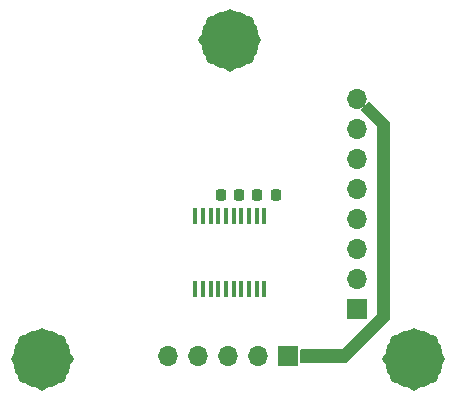
<source format=gbr>
%TF.GenerationSoftware,KiCad,Pcbnew,6.0.1-79c1e3a40b~116~ubuntu21.10.1*%
%TF.CreationDate,2022-03-03T18:49:24-07:00*%
%TF.ProjectId,MotorSpeedController,4d6f746f-7253-4706-9565-64436f6e7472,rev?*%
%TF.SameCoordinates,Original*%
%TF.FileFunction,Soldermask,Bot*%
%TF.FilePolarity,Negative*%
%FSLAX46Y46*%
G04 Gerber Fmt 4.6, Leading zero omitted, Abs format (unit mm)*
G04 Created by KiCad (PCBNEW 6.0.1-79c1e3a40b~116~ubuntu21.10.1) date 2022-03-03 18:49:24*
%MOMM*%
%LPD*%
G01*
G04 APERTURE LIST*
G04 Aperture macros list*
%AMRoundRect*
0 Rectangle with rounded corners*
0 $1 Rounding radius*
0 $2 $3 $4 $5 $6 $7 $8 $9 X,Y pos of 4 corners*
0 Add a 4 corners polygon primitive as box body*
4,1,4,$2,$3,$4,$5,$6,$7,$8,$9,$2,$3,0*
0 Add four circle primitives for the rounded corners*
1,1,$1+$1,$2,$3*
1,1,$1+$1,$4,$5*
1,1,$1+$1,$6,$7*
1,1,$1+$1,$8,$9*
0 Add four rect primitives between the rounded corners*
20,1,$1+$1,$2,$3,$4,$5,0*
20,1,$1+$1,$4,$5,$6,$7,0*
20,1,$1+$1,$6,$7,$8,$9,0*
20,1,$1+$1,$8,$9,$2,$3,0*%
G04 Aperture macros list end*
%ADD10C,0.800000*%
%ADD11C,5.000000*%
%ADD12R,1.700000X1.700000*%
%ADD13O,1.700000X1.700000*%
%ADD14RoundRect,0.218750X-0.218750X-0.256250X0.218750X-0.256250X0.218750X0.256250X-0.218750X0.256250X0*%
%ADD15RoundRect,0.218750X0.218750X0.256250X-0.218750X0.256250X-0.218750X-0.256250X0.218750X-0.256250X0*%
%ADD16R,0.460000X1.430000*%
G04 APERTURE END LIST*
D10*
%TO.C,H2*%
X115890990Y-69309010D03*
X114300000Y-73150000D03*
X112709010Y-69309010D03*
D11*
X114300000Y-70900000D03*
D10*
X116550000Y-70900000D03*
X115890990Y-72490990D03*
X112709010Y-72490990D03*
X112050000Y-70900000D03*
X114300000Y-68650000D03*
%TD*%
%TO.C,H3*%
X127635000Y-97900000D03*
X128294010Y-96309010D03*
X132135000Y-97900000D03*
X131475990Y-99490990D03*
X129885000Y-100150000D03*
X131475990Y-96309010D03*
X129885000Y-95650000D03*
X128294010Y-99490990D03*
D11*
X129885000Y-97900000D03*
%TD*%
D12*
%TO.C,J1*%
X125095000Y-93662500D03*
D13*
X125095000Y-91122500D03*
X125095000Y-88582500D03*
X125095000Y-86042500D03*
X125095000Y-83502500D03*
X125095000Y-80962500D03*
X125095000Y-78422500D03*
X125095000Y-75882500D03*
%TD*%
D10*
%TO.C,H1*%
X98411000Y-100150000D03*
X96820010Y-96309010D03*
X96820010Y-99490990D03*
X100661000Y-97900000D03*
X98411000Y-95650000D03*
D11*
X98411000Y-97900000D03*
D10*
X96161000Y-97900000D03*
X100001990Y-96309010D03*
X100001990Y-99490990D03*
%TD*%
D12*
%TO.C,J2*%
X119189500Y-97599500D03*
D13*
X116649500Y-97599500D03*
X114109500Y-97599500D03*
X111569500Y-97599500D03*
X109029500Y-97599500D03*
%TD*%
D14*
%TO.C,C3*%
X116624000Y-84010500D03*
X118199000Y-84010500D03*
%TD*%
D15*
%TO.C,C5*%
X115087500Y-84010500D03*
X113512500Y-84010500D03*
%TD*%
D16*
%TO.C,U2*%
X111375000Y-85820000D03*
X112025000Y-85820000D03*
X112675000Y-85820000D03*
X113325000Y-85820000D03*
X113975000Y-85820000D03*
X114625000Y-85820000D03*
X115275000Y-85820000D03*
X115925000Y-85820000D03*
X116575000Y-85820000D03*
X117225000Y-85820000D03*
X117225000Y-91980000D03*
X116575000Y-91980000D03*
X115925000Y-91980000D03*
X115275000Y-91980000D03*
X114625000Y-91980000D03*
X113975000Y-91980000D03*
X113325000Y-91980000D03*
X112675000Y-91980000D03*
X112025000Y-91980000D03*
X111375000Y-91980000D03*
%TD*%
G36*
X126091532Y-76133134D02*
G01*
X126136595Y-76162095D01*
X127852095Y-77877595D01*
X127886121Y-77939907D01*
X127889000Y-77966690D01*
X127889000Y-94372310D01*
X127868998Y-94440431D01*
X127852095Y-94461405D01*
X124115905Y-98197595D01*
X124053593Y-98231621D01*
X124026810Y-98234500D01*
X120395000Y-98234500D01*
X120326879Y-98214498D01*
X120280386Y-98160842D01*
X120269000Y-98108500D01*
X120269000Y-97154000D01*
X120289002Y-97085879D01*
X120342658Y-97039386D01*
X120395000Y-97028000D01*
X123806885Y-97028000D01*
X123832530Y-97020470D01*
X126733188Y-94119812D01*
X126746000Y-94096350D01*
X126746000Y-78186615D01*
X126738470Y-78160970D01*
X125438095Y-76860595D01*
X125404069Y-76798283D01*
X125409134Y-76727468D01*
X125438095Y-76682405D01*
X125958405Y-76162095D01*
X126020717Y-76128069D01*
X126091532Y-76133134D01*
G37*
M02*

</source>
